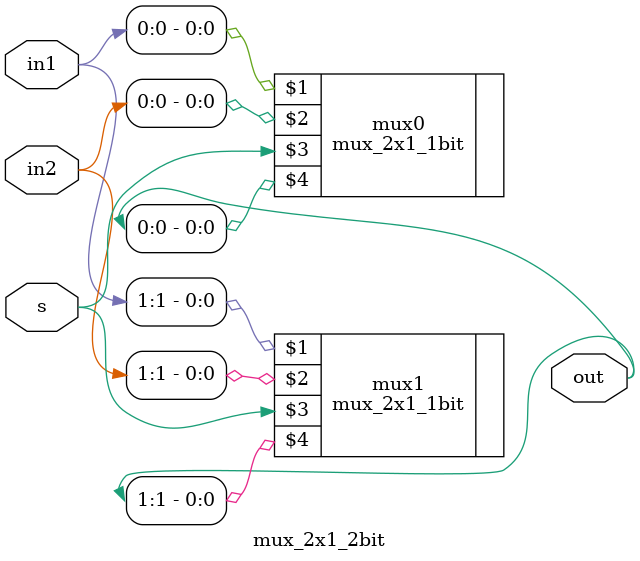
<source format=v>
module mux_2x1_2bit (input [1:0] in1, input [1:0] in2, input s, output [1:0] out);
	mux_2x1_1bit mux0 (in1[0], in2[0], s, out[0]);
	mux_2x1_1bit mux1 (in1[1], in2[1], s, out[1]);
endmodule
</source>
